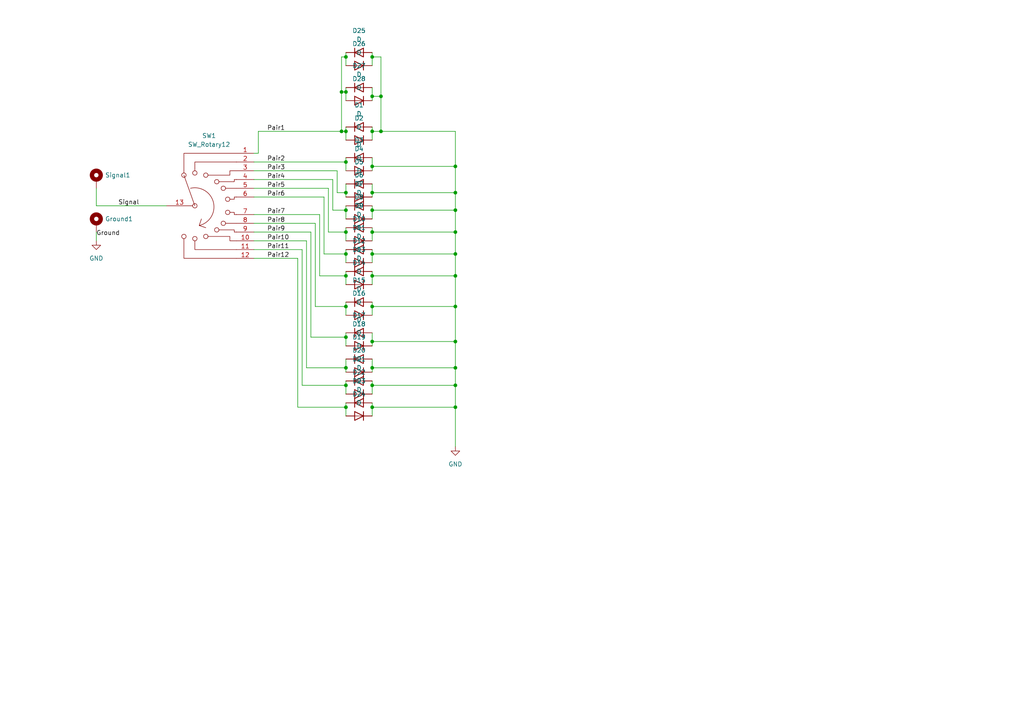
<source format=kicad_sch>
(kicad_sch (version 20211123) (generator eeschema)
  (paper "A4")
  (lib_symbols
    (symbol "Device:D" (pin_numbers hide) (pin_names (offset 1.016) hide)
      (property "Reference" "D" (at 0 2.54 0))
      (property "Value" "D" (at 0 -2.54 0))
      (symbol "D_0_1"
        (polyline (pts (xy -1.27 1.27) (xy -1.27 -1.27)) (stroke (width 0.254)))
        (polyline (pts (xy 1.27 0) (xy -1.27 0)))
        (polyline (pts (xy 1.27 1.27) (xy 1.27 -1.27) (xy -1.27 0) (xy 1.27 1.27)) (stroke (width 0.254)))
      )
      (symbol "D_1_1"
        (pin passive line (at -3.81 0 0) (length 2.54) (name "K") (number "1"))
        (pin passive line (at 3.81 0 180) (length 2.54) (name "A") (number "2"))
      )
    )
    (symbol "Mechanical:MountingHole_Pad" (pin_numbers hide) (pin_names (offset 1.016) hide)
      (property "Reference" "H" (at 0 6.35 0))
      (property "Value" "MountingHole_Pad" (at 0 4.445 0))
      (symbol "MountingHole_Pad_0_1"
        (circle (center 0 1.27) (radius 1.27) (stroke (width 1.27)))
      )
      (symbol "MountingHole_Pad_1_1"
        (pin input line (at 0 -2.54 90) (length 2.54) (name "1") (number "1"))
      )
    )
    (symbol "Switch:SW_Rotary12" (pin_names (offset 1.016) hide)
      (property "Reference" "SW" (at 0 17.78 0))
      (property "Value" "SW_Rotary12" (at 0 -17.78 0))
      (symbol "SW_Rotary12_0_0"
        (circle (center -10.16 -8.89) (radius 0.635))
        (circle (center -10.16 8.89) (radius 0.635))
        (circle (center -6.985 -9.525) (radius 0.635))
        (circle (center -6.985 0) (radius 0.635))
        (circle (center -6.985 9.525) (radius 0.635))
        (arc (start -5.715 -5.715) (mid -1.5995 0.937) (end -8.255 5.08))
        (circle (center -3.81 -8.89) (radius 0.635))
        (circle (center -3.81 8.89) (radius 0.635))
        (circle (center -0.635 -6.985) (radius 0.635))
        (circle (center -0.635 6.985) (radius 0.635))
        (polyline (pts (xy -6.985 0) (xy -10.16 8.89)))
        (polyline (pts (xy -5.715 -5.715) (xy -5.08 -3.81)))
        (polyline (pts (xy -5.715 -5.715) (xy -3.81 -6.35)))
        (polyline (pts (xy 1.905 -5.08) (xy 5.08 -5.08)))
        (polyline (pts (xy 1.905 5.08) (xy 5.08 5.08)))
        (polyline (pts (xy -10.16 -9.525) (xy -10.16 -15.24) (xy 5.08 -15.24)))
        (polyline (pts (xy -10.16 9.525) (xy -10.16 15.24) (xy 5.08 15.24)))
        (polyline (pts (xy -6.985 -10.16) (xy -6.985 -12.7) (xy 5.08 -12.7)))
        (polyline (pts (xy -6.985 10.16) (xy -6.985 12.7) (xy 5.08 12.7)))
        (polyline (pts (xy -3.175 -8.89) (xy 3.175 -8.89) (xy 3.175 -10.16) (xy 5.08 -10.16)))
        (polyline (pts (xy -3.175 8.89) (xy 3.175 8.89) (xy 3.175 10.16) (xy 5.08 10.16)))
        (polyline (pts (xy 0 -6.985) (xy 4.445 -6.985) (xy 4.445 -7.62) (xy 5.08 -7.62)))
        (polyline (pts (xy 0 6.985) (xy 4.445 6.985) (xy 4.445 7.62) (xy 5.08 7.62)))
        (polyline (pts (xy 3.175 -1.905) (xy 4.445 -1.905) (xy 4.445 -2.54) (xy 5.08 -2.54)))
        (polyline (pts (xy 3.175 1.905) (xy 4.445 1.905) (xy 4.445 2.54) (xy 5.08 2.54)))
        (circle (center 1.27 -5.08) (radius 0.635))
        (circle (center 1.27 5.08) (radius 0.635))
        (circle (center 2.54 -1.905) (radius 0.635))
        (circle (center 2.54 1.905) (radius 0.635))
      )
      (symbol "SW_Rotary12_0_1"
        (pin passive line (at 10.16 15.24 180) (length 5.08) (name "1") (number "1"))
        (pin passive line (at 10.16 -10.16 180) (length 5.08) (name "10") (number "10"))
        (pin passive line (at 10.16 -12.7 180) (length 5.08) (name "11") (number "11"))
        (pin passive line (at 10.16 -15.24 180) (length 5.08) (name "12") (number "12"))
        (pin passive line (at -15.24 0 0) (length 7.62) (name "13") (number "13"))
        (pin passive line (at 10.16 12.7 180) (length 5.08) (name "2") (number "2"))
        (pin passive line (at 10.16 10.16 180) (length 5.08) (name "3") (number "3"))
        (pin passive line (at 10.16 7.62 180) (length 5.08) (name "4") (number "4"))
        (pin passive line (at 10.16 5.08 180) (length 5.08) (name "5") (number "5"))
        (pin passive line (at 10.16 2.54 180) (length 5.08) (name "6") (number "6"))
        (pin passive line (at 10.16 -2.54 180) (length 5.08) (name "7") (number "7"))
        (pin passive line (at 10.16 -5.08 180) (length 5.08) (name "8") (number "8"))
        (pin passive line (at 10.16 -7.62 180) (length 5.08) (name "9") (number "9"))
      )
    )
    (symbol "power:GND" (power) (pin_names (offset 0))
      (property "Value" "GND" (at 0 -3.81 0))
      (symbol "GND_0_1"
        (polyline (pts (xy 0 0) (xy 0 -1.27) (xy 1.27 -1.27) (xy 0 -2.54) (xy -1.27 -1.27) (xy 0 -1.27)))
      )
      (symbol "GND_1_1"
        (pin power_in line (at 0 0 270) (length 0) hide (name "GND") (number "1"))
      )
    )
  )
  (junction (at 100.33 73.66))
  (junction (at 132.08 118.11))
  (junction (at 100.33 16.51))
  (junction (at 100.33 38.1))
  (junction (at 99.06 26.67))
  (junction (at 107.95 16.51))
  (junction (at 100.33 111.76))
  (junction (at 132.08 67.31))
  (junction (at 107.95 80.01))
  (junction (at 107.95 27.94))
  (junction (at 100.33 106.68))
  (junction (at 132.08 48.26))
  (junction (at 107.95 38.1))
  (junction (at 107.95 111.76))
  (junction (at 107.95 55.88))
  (junction (at 132.08 88.9))
  (junction (at 99.06 38.1))
  (junction (at 100.33 88.9))
  (junction (at 107.95 73.66))
  (junction (at 100.33 55.88))
  (junction (at 107.95 60.96))
  (junction (at 100.33 118.11))
  (junction (at 132.08 111.76))
  (junction (at 100.33 67.31))
  (junction (at 132.08 99.06))
  (junction (at 132.08 106.68))
  (junction (at 110.49 38.1))
  (junction (at 107.95 118.11))
  (junction (at 100.33 46.99))
  (junction (at 100.33 26.67))
  (junction (at 100.33 80.01))
  (junction (at 107.95 99.06))
  (junction (at 107.95 88.9))
  (junction (at 110.49 27.94))
  (junction (at 132.08 80.01))
  (junction (at 132.08 60.96))
  (junction (at 100.33 60.96))
  (junction (at 132.08 55.88))
  (junction (at 107.95 48.26))
  (junction (at 107.95 67.31))
  (junction (at 107.95 106.68))
  (junction (at 132.08 73.66))
  (junction (at 100.33 97.79))
  (wire (pts (xy 100.33 72.39) (xy 100.33 73.66)))
  (wire (pts (xy 95.25 54.61) (xy 95.25 67.31)))
  (wire (pts (xy 107.95 48.26) (xy 107.95 49.53)))
  (wire (pts (xy 107.95 67.31) (xy 132.08 67.31)))
  (wire (pts (xy 132.08 118.11) (xy 132.08 129.54)))
  (wire (pts (xy 100.33 78.74) (xy 100.33 80.01)))
  (wire (pts (xy 132.08 38.1) (xy 132.08 48.26)))
  (wire (pts (xy 96.52 60.96) (xy 100.33 60.96)))
  (wire (pts (xy 99.06 38.1) (xy 99.06 26.67)))
  (wire (pts (xy 107.95 55.88) (xy 107.95 57.15)))
  (wire (pts (xy 100.33 66.04) (xy 100.33 67.31)))
  (wire (pts (xy 27.94 54.61) (xy 27.94 59.69)))
  (wire (pts (xy 100.33 26.67) (xy 100.33 29.21)))
  (wire (pts (xy 95.25 67.31) (xy 100.33 67.31)))
  (wire (pts (xy 107.95 48.26) (xy 132.08 48.26)))
  (wire (pts (xy 27.94 67.31) (xy 27.94 69.85)))
  (wire (pts (xy 97.79 55.88) (xy 100.33 55.88)))
  (wire (pts (xy 132.08 60.96) (xy 132.08 67.31)))
  (wire (pts (xy 107.95 78.74) (xy 107.95 80.01)))
  (wire (pts (xy 100.33 111.76) (xy 100.33 114.3)))
  (wire (pts (xy 110.49 16.51) (xy 107.95 16.51)))
  (wire (pts (xy 132.08 73.66) (xy 132.08 80.01)))
  (wire (pts (xy 100.33 106.68) (xy 100.33 107.95)))
  (wire (pts (xy 88.9 106.68) (xy 100.33 106.68)))
  (wire (pts (xy 107.95 88.9) (xy 107.95 91.44)))
  (wire (pts (xy 107.95 80.01) (xy 132.08 80.01)))
  (wire (pts (xy 107.95 73.66) (xy 132.08 73.66)))
  (wire (pts (xy 107.95 116.84) (xy 107.95 118.11)))
  (wire (pts (xy 132.08 111.76) (xy 132.08 118.11)))
  (wire (pts (xy 107.95 45.72) (xy 107.95 48.26)))
  (wire (pts (xy 96.52 52.07) (xy 96.52 60.96)))
  (wire (pts (xy 107.95 59.69) (xy 107.95 60.96)))
  (wire (pts (xy 73.66 74.93) (xy 86.36 74.93)))
  (wire (pts (xy 87.63 111.76) (xy 87.63 72.39)))
  (wire (pts (xy 100.33 15.24) (xy 100.33 16.51)))
  (wire (pts (xy 86.36 74.93) (xy 86.36 118.11)))
  (wire (pts (xy 107.95 38.1) (xy 110.49 38.1)))
  (wire (pts (xy 132.08 55.88) (xy 132.08 60.96)))
  (wire (pts (xy 73.66 62.23) (xy 92.71 62.23)))
  (wire (pts (xy 100.33 16.51) (xy 100.33 19.05)))
  (wire (pts (xy 97.79 49.53) (xy 97.79 55.88)))
  (wire (pts (xy 107.95 87.63) (xy 107.95 88.9)))
  (wire (pts (xy 107.95 118.11) (xy 107.95 120.65)))
  (wire (pts (xy 100.33 80.01) (xy 100.33 82.55)))
  (wire (pts (xy 73.66 46.99) (xy 100.33 46.99)))
  (wire (pts (xy 107.95 73.66) (xy 107.95 76.2)))
  (wire (pts (xy 107.95 25.4) (xy 107.95 27.94)))
  (wire (pts (xy 73.66 54.61) (xy 95.25 54.61)))
  (wire (pts (xy 73.66 57.15) (xy 93.98 57.15)))
  (wire (pts (xy 107.95 99.06) (xy 132.08 99.06)))
  (wire (pts (xy 100.33 67.31) (xy 100.33 69.85)))
  (wire (pts (xy 90.17 97.79) (xy 90.17 67.31)))
  (wire (pts (xy 107.95 118.11) (xy 132.08 118.11)))
  (wire (pts (xy 73.66 69.85) (xy 88.9 69.85)))
  (wire (pts (xy 99.06 38.1) (xy 100.33 38.1)))
  (wire (pts (xy 100.33 46.99) (xy 100.33 49.53)))
  (wire (pts (xy 100.33 45.72) (xy 100.33 46.99)))
  (wire (pts (xy 27.94 59.69) (xy 48.26 59.69)))
  (wire (pts (xy 107.95 99.06) (xy 107.95 100.33)))
  (wire (pts (xy 99.06 26.67) (xy 100.33 26.67)))
  (wire (pts (xy 107.95 27.94) (xy 110.49 27.94)))
  (wire (pts (xy 93.98 73.66) (xy 100.33 73.66)))
  (wire (pts (xy 100.33 87.63) (xy 100.33 88.9)))
  (wire (pts (xy 107.95 96.52) (xy 107.95 99.06)))
  (wire (pts (xy 74.93 44.45) (xy 73.66 44.45)))
  (wire (pts (xy 73.66 49.53) (xy 97.79 49.53)))
  (wire (pts (xy 73.66 52.07) (xy 96.52 52.07)))
  (wire (pts (xy 132.08 88.9) (xy 132.08 99.06)))
  (wire (pts (xy 100.33 88.9) (xy 100.33 91.44)))
  (wire (pts (xy 73.66 64.77) (xy 91.44 64.77)))
  (wire (pts (xy 100.33 59.69) (xy 100.33 60.96)))
  (wire (pts (xy 100.33 110.49) (xy 100.33 111.76)))
  (wire (pts (xy 107.95 67.31) (xy 107.95 69.85)))
  (wire (pts (xy 100.33 73.66) (xy 100.33 76.2)))
  (wire (pts (xy 107.95 106.68) (xy 132.08 106.68)))
  (wire (pts (xy 107.95 53.34) (xy 107.95 55.88)))
  (wire (pts (xy 92.71 80.01) (xy 100.33 80.01)))
  (wire (pts (xy 74.93 38.1) (xy 99.06 38.1)))
  (wire (pts (xy 107.95 72.39) (xy 107.95 73.66)))
  (wire (pts (xy 100.33 36.83) (xy 100.33 38.1)))
  (wire (pts (xy 132.08 67.31) (xy 132.08 73.66)))
  (wire (pts (xy 74.93 38.1) (xy 74.93 44.45)))
  (wire (pts (xy 100.33 60.96) (xy 100.33 63.5)))
  (wire (pts (xy 107.95 88.9) (xy 132.08 88.9)))
  (wire (pts (xy 132.08 48.26) (xy 132.08 55.88)))
  (wire (pts (xy 100.33 116.84) (xy 100.33 118.11)))
  (wire (pts (xy 86.36 118.11) (xy 100.33 118.11)))
  (wire (pts (xy 93.98 57.15) (xy 93.98 73.66)))
  (wire (pts (xy 107.95 36.83) (xy 107.95 38.1)))
  (wire (pts (xy 107.95 38.1) (xy 107.95 40.64)))
  (wire (pts (xy 107.95 60.96) (xy 107.95 63.5)))
  (wire (pts (xy 88.9 69.85) (xy 88.9 106.68)))
  (wire (pts (xy 132.08 106.68) (xy 132.08 111.76)))
  (wire (pts (xy 100.33 118.11) (xy 100.33 120.65)))
  (wire (pts (xy 107.95 104.14) (xy 107.95 106.68)))
  (wire (pts (xy 100.33 104.14) (xy 100.33 106.68)))
  (wire (pts (xy 107.95 15.24) (xy 107.95 16.51)))
  (wire (pts (xy 100.33 97.79) (xy 90.17 97.79)))
  (wire (pts (xy 110.49 38.1) (xy 132.08 38.1)))
  (wire (pts (xy 91.44 88.9) (xy 100.33 88.9)))
  (wire (pts (xy 107.95 60.96) (xy 132.08 60.96)))
  (wire (pts (xy 90.17 67.31) (xy 73.66 67.31)))
  (wire (pts (xy 100.33 96.52) (xy 100.33 97.79)))
  (wire (pts (xy 99.06 26.67) (xy 99.06 16.51)))
  (wire (pts (xy 107.95 110.49) (xy 107.95 111.76)))
  (wire (pts (xy 107.95 27.94) (xy 107.95 29.21)))
  (wire (pts (xy 110.49 27.94) (xy 110.49 16.51)))
  (wire (pts (xy 92.71 62.23) (xy 92.71 80.01)))
  (wire (pts (xy 100.33 53.34) (xy 100.33 55.88)))
  (wire (pts (xy 107.95 106.68) (xy 107.95 107.95)))
  (wire (pts (xy 87.63 72.39) (xy 73.66 72.39)))
  (wire (pts (xy 100.33 25.4) (xy 100.33 26.67)))
  (wire (pts (xy 100.33 55.88) (xy 100.33 57.15)))
  (wire (pts (xy 100.33 38.1) (xy 100.33 40.64)))
  (wire (pts (xy 107.95 80.01) (xy 107.95 82.55)))
  (wire (pts (xy 132.08 99.06) (xy 132.08 106.68)))
  (wire (pts (xy 107.95 111.76) (xy 107.95 114.3)))
  (wire (pts (xy 107.95 16.51) (xy 107.95 19.05)))
  (wire (pts (xy 87.63 111.76) (xy 100.33 111.76)))
  (wire (pts (xy 107.95 111.76) (xy 132.08 111.76)))
  (wire (pts (xy 110.49 27.94) (xy 110.49 38.1)))
  (wire (pts (xy 99.06 16.51) (xy 100.33 16.51)))
  (wire (pts (xy 100.33 97.79) (xy 100.33 100.33)))
  (wire (pts (xy 107.95 55.88) (xy 132.08 55.88)))
  (wire (pts (xy 107.95 66.04) (xy 107.95 67.31)))
  (wire (pts (xy 132.08 80.01) (xy 132.08 88.9)))
  (wire (pts (xy 91.44 64.77) (xy 91.44 88.9)))
  (label "Signal" (at 34.29 59.69 0))
  (label "Pair1" (at 77.47 38.1 0))
  (label "Pair10" (at 77.47 69.85 0))
  (label "Pair9" (at 77.47 67.31 0))
  (label "Pair3" (at 77.47 49.53 0))
  (label "Pair8" (at 77.47 64.77 0))
  (label "Ground" (at 27.94 68.58 0))
  (label "Pair2" (at 77.47 46.99 0))
  (label "Pair6" (at 77.47 57.15 0))
  (label "Pair4" (at 77.47 52.07 0))
  (label "Pair12" (at 77.47 74.93 0))
  (label "Pair5" (at 77.47 54.61 0))
  (label "Pair11" (at 77.47 72.39 0))
  (label "Pair7" (at 77.47 62.23 0))
  (symbol (lib_id "Device:D") (at 104.14 40.64 0) (mirror y) (unit 1)
    (property "Reference" "D2" (at 104.14 34.29 0))
    (property "Value" "D" (at 104.14 36.83 0))
    (property "Footprint" "Diode_THT:D_DO-15_P15.24mm_Horizontal" (effects hide))
  )
  (symbol (lib_id "Device:D") (at 104.14 15.24 0) (unit 1)
    (property "Reference" "D25" (at 104.14 8.89 0))
    (property "Value" "D" (at 104.14 11.43 0))
    (property "Footprint" "Diode_THT:D_DO-15_P2.54mm_Vertical_AnodeUp" (effects hide))
  )
  (symbol (lib_id "Mechanical:MountingHole_Pad") (at 27.94 52.07 0) (unit 1)
    (property "Reference" "Signal1" (at 30.48 50.7999 0) (effects (justify left)))
    (property "Value" "MountingHole_Pad" (effects hide))
    (property "Footprint" "Connector_Wire:SolderWire-0.75sqmm_1x01_D1.25mm_OD2.3mm" (effects hide))
  )
  (symbol (lib_id "Device:D") (at 104.14 96.52 0) (unit 1)
    (property "Reference" "D17" (at 104.14 91.44 0))
    (property "Value" "D" (at 104.14 92.71 0))
    (property "Footprint" "Diode_THT:D_DO-15_P15.24mm_Horizontal" (effects hide))
  )
  (symbol (lib_id "Device:D") (at 104.14 104.14 0) (unit 1)
    (property "Reference" "D19" (at 104.14 97.79 0))
    (property "Value" "D" (at 104.14 100.33 0))
    (property "Footprint" "Diode_THT:D_DO-15_P15.24mm_Horizontal" (effects hide))
  )
  (symbol (lib_id "Device:D") (at 104.14 49.53 0) (mirror y) (unit 1)
    (property "Reference" "D4" (at 104.14 43.18 0))
    (property "Value" "D" (at 104.14 45.72 0))
    (property "Footprint" "Diode_THT:D_DO-15_P15.24mm_Horizontal" (effects hide))
  )
  (symbol (lib_id "Device:D") (at 104.14 57.15 0) (mirror y) (unit 1)
    (property "Reference" "D6" (at 104.14 50.8 0))
    (property "Value" "D" (at 104.14 53.34 0))
    (property "Footprint" "Diode_THT:D_DO-15_P15.24mm_Horizontal" (effects hide))
  )
  (symbol (lib_id "Device:D") (at 104.14 87.63 0) (unit 1)
    (property "Reference" "D15" (at 104.14 81.28 0))
    (property "Value" "D" (at 104.14 83.82 0))
    (property "Footprint" "Diode_THT:D_DO-15_P15.24mm_Horizontal" (effects hide))
  )
  (symbol (lib_id "Device:D") (at 104.14 82.55 0) (mirror y) (unit 1)
    (property "Reference" "D14" (at 104.14 76.2 0))
    (property "Value" "D" (at 104.14 78.74 0))
    (property "Footprint" "Diode_THT:D_DO-15_P15.24mm_Horizontal" (effects hide))
  )
  (symbol (lib_id "Switch:SW_Rotary12") (at 63.5 59.69 0) (unit 1)
    (property "Reference" "SW1" (at 60.6425 39.37 0))
    (property "Value" "SW_Rotary12" (at 60.6425 41.91 0))
    (property "Footprint" "Rotary_Encoder:Rotary Switch KC10A9.501NPS" (effects hide))
    (property "Datasheet" "http://cdn-reichelt.de/documents/datenblatt/C200/DS-Serie%23LOR.pdf" (effects hide))
  )
  (symbol (lib_id "Device:D") (at 104.14 107.95 0) (mirror y) (unit 1)
    (property "Reference" "D20" (at 104.14 101.6 0))
    (property "Value" "D" (at 104.14 104.14 0))
    (property "Footprint" "Diode_THT:D_DO-15_P15.24mm_Horizontal" (effects hide))
  )
  (symbol (lib_id "Device:D") (at 104.14 72.39 0) (unit 1)
    (property "Reference" "D11" (at 104.14 66.04 0))
    (property "Value" "D" (at 104.14 68.58 0))
    (property "Footprint" "Diode_THT:D_DO-15_P15.24mm_Horizontal" (effects hide))
  )
  (symbol (lib_id "power:GND") (at 132.08 129.54 0) (unit 1)
    (property "Reference" "#PWR0101" (effects hide))
    (property "Value" "GND" (at 132.08 134.62 0))
  )
  (symbol (lib_id "Device:D") (at 104.14 63.5 0) (mirror y) (unit 1)
    (property "Reference" "D8" (at 104.14 57.15 0))
    (property "Value" "D" (at 104.14 59.69 0))
    (property "Footprint" "Diode_THT:D_DO-15_P15.24mm_Horizontal" (effects hide))
  )
  (symbol (lib_id "Device:D") (at 104.14 66.04 0) (unit 1)
    (property "Reference" "D9" (at 104.14 59.69 0))
    (property "Value" "D" (at 104.14 62.23 0))
    (property "Footprint" "Diode_THT:D_DO-15_P15.24mm_Horizontal" (effects hide))
  )
  (symbol (lib_id "Device:D") (at 104.14 59.69 0) (unit 1)
    (property "Reference" "D7" (at 104.14 53.34 0))
    (property "Value" "D" (at 104.14 55.88 0))
    (property "Footprint" "Diode_THT:D_DO-15_P15.24mm_Horizontal" (effects hide))
  )
  (symbol (lib_id "Device:D") (at 104.14 29.21 0) (mirror y) (unit 1)
    (property "Reference" "D28" (at 104.14 22.86 0))
    (property "Value" "D" (at 104.14 25.4 0))
    (property "Footprint" "Diode_THT:D_DO-15_P5.08mm_Vertical_AnodeUp" (effects hide))
  )
  (symbol (lib_id "Device:D") (at 104.14 91.44 0) (mirror y) (unit 1)
    (property "Reference" "D16" (at 104.14 85.09 0))
    (property "Value" "D" (at 104.14 87.63 0))
    (property "Footprint" "Diode_THT:D_DO-15_P15.24mm_Horizontal" (effects hide))
  )
  (symbol (lib_id "Device:D") (at 104.14 116.84 0) (unit 1)
    (property "Reference" "D23" (at 104.14 110.49 0))
    (property "Value" "D" (at 104.14 113.03 0))
    (property "Footprint" "Diode_THT:D_DO-15_P15.24mm_Horizontal" (effects hide))
  )
  (symbol (lib_id "Device:D") (at 104.14 76.2 0) (mirror y) (unit 1)
    (property "Reference" "D12" (at 104.14 69.85 0))
    (property "Value" "D" (at 104.14 72.39 0))
    (property "Footprint" "Diode_THT:D_DO-15_P15.24mm_Horizontal" (effects hide))
  )
  (symbol (lib_id "Device:D") (at 104.14 45.72 0) (unit 1)
    (property "Reference" "D3" (at 104.14 40.64 0))
    (property "Value" "D" (at 104.14 41.91 0))
    (property "Footprint" "Diode_THT:D_DO-15_P15.24mm_Horizontal" (effects hide))
  )
  (symbol (lib_id "power:GND") (at 27.94 69.85 0) (unit 1)
    (property "Reference" "#PWR0102" (effects hide))
    (property "Value" "GND" (at 27.94 74.93 0))
  )
  (symbol (lib_id "Device:D") (at 104.14 114.3 0) (mirror y) (unit 1)
    (property "Reference" "D22" (at 104.14 107.95 0))
    (property "Value" "D" (at 104.14 110.49 0))
    (property "Footprint" "Diode_THT:D_DO-15_P15.24mm_Horizontal" (effects hide))
  )
  (symbol (lib_id "Device:D") (at 104.14 36.83 0) (unit 1)
    (property "Reference" "D1" (at 104.14 30.48 0))
    (property "Value" "D" (at 104.14 33.02 0))
    (property "Footprint" "Diode_THT:D_DO-15_P15.24mm_Horizontal" (effects hide))
  )
  (symbol (lib_id "Device:D") (at 104.14 120.65 0) (mirror y) (unit 1)
    (property "Reference" "D24" (at 104.14 114.3 0))
    (property "Value" "D" (at 104.14 116.84 0))
    (property "Footprint" "Diode_THT:D_DO-15_P15.24mm_Horizontal" (effects hide))
  )
  (symbol (lib_id "Device:D") (at 104.14 25.4 0) (unit 1)
    (property "Reference" "D27" (at 104.14 19.05 0))
    (property "Value" "D" (at 104.14 21.59 0))
    (property "Footprint" "Diode_THT:D_DO-15_P5.08mm_Vertical_AnodeUp" (effects hide))
  )
  (symbol (lib_id "Device:D") (at 104.14 100.33 0) (mirror y) (unit 1)
    (property "Reference" "D18" (at 104.14 93.98 0))
    (property "Value" "D" (at 104.14 96.52 0))
    (property "Footprint" "Diode_THT:D_DO-15_P15.24mm_Horizontal" (effects hide))
  )
  (symbol (lib_id "Device:D") (at 104.14 110.49 0) (unit 1)
    (property "Reference" "D21" (at 104.14 104.14 0))
    (property "Value" "D" (at 104.14 106.68 0))
    (property "Footprint" "Diode_THT:D_DO-15_P15.24mm_Horizontal" (effects hide))
  )
  (symbol (lib_id "Device:D") (at 104.14 53.34 0) (unit 1)
    (property "Reference" "D5" (at 104.14 46.99 0))
    (property "Value" "D" (at 104.14 49.53 0))
    (property "Footprint" "Diode_THT:D_DO-15_P15.24mm_Horizontal" (effects hide))
  )
  (symbol (lib_id "Device:D") (at 104.14 19.05 0) (mirror y) (unit 1)
    (property "Reference" "D26" (at 104.14 12.7 0))
    (property "Value" "D" (at 104.14 15.24 0))
    (property "Footprint" "Diode_THT:D_DO-15_P2.54mm_Vertical_AnodeUp" (effects hide))
  )
  (symbol (lib_id "Mechanical:MountingHole_Pad") (at 27.94 64.77 0) (unit 1)
    (property "Reference" "Ground1" (at 30.48 63.4999 0) (effects (justify left)))
    (property "Value" "MountingHole_Pad" (effects hide))
    (property "Footprint" "Connector_Wire:SolderWire-0.75sqmm_1x01_D1.25mm_OD2.3mm" (effects hide))
  )
  (symbol (lib_id "Device:D") (at 104.14 69.85 0) (mirror y) (unit 1)
    (property "Reference" "D10" (at 104.14 63.5 0))
    (property "Value" "D" (at 104.14 66.04 0))
    (property "Footprint" "Diode_THT:D_DO-15_P15.24mm_Horizontal" (effects hide))
  )
  (symbol (lib_id "Device:D") (at 104.14 78.74 0) (unit 1)
    (property "Reference" "D13" (at 104.14 72.39 0))
    (property "Value" "D" (at 104.14 74.93 0))
    (property "Footprint" "Diode_THT:D_DO-15_P15.24mm_Horizontal" (effects hide))
  )
)
</source>
